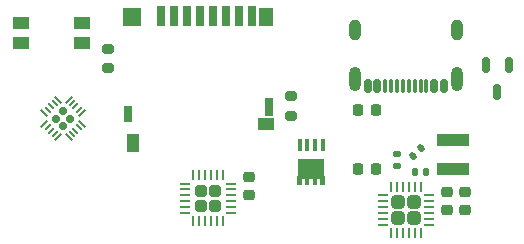
<source format=gbr>
%TF.GenerationSoftware,KiCad,Pcbnew,9.0.1-rc2-202503292320~1d443ca74c~ubuntu24.04.1*%
%TF.CreationDate,2025-04-04T23:21:44+10:00*%
%TF.ProjectId,Stormbreaker,53746f72-6d62-4726-9561-6b65722e6b69,rev?*%
%TF.SameCoordinates,Original*%
%TF.FileFunction,Paste,Top*%
%TF.FilePolarity,Positive*%
%FSLAX46Y46*%
G04 Gerber Fmt 4.6, Leading zero omitted, Abs format (unit mm)*
G04 Created by KiCad (PCBNEW 9.0.1-rc2-202503292320~1d443ca74c~ubuntu24.04.1) date 2025-04-04 23:21:44*
%MOMM*%
%LPD*%
G01*
G04 APERTURE LIST*
G04 Aperture macros list*
%AMRoundRect*
0 Rectangle with rounded corners*
0 $1 Rounding radius*
0 $2 $3 $4 $5 $6 $7 $8 $9 X,Y pos of 4 corners*
0 Add a 4 corners polygon primitive as box body*
4,1,4,$2,$3,$4,$5,$6,$7,$8,$9,$2,$3,0*
0 Add four circle primitives for the rounded corners*
1,1,$1+$1,$2,$3*
1,1,$1+$1,$4,$5*
1,1,$1+$1,$6,$7*
1,1,$1+$1,$8,$9*
0 Add four rect primitives between the rounded corners*
20,1,$1+$1,$2,$3,$4,$5,0*
20,1,$1+$1,$4,$5,$6,$7,0*
20,1,$1+$1,$6,$7,$8,$9,0*
20,1,$1+$1,$8,$9,$2,$3,0*%
%AMFreePoly0*
4,1,14,0.334644,0.085355,0.385355,0.034644,0.400000,-0.000711,0.400000,-0.050000,0.385355,-0.085355,0.350000,-0.100000,-0.350000,-0.100000,-0.385355,-0.085355,-0.400000,-0.050000,-0.400000,0.050000,-0.385355,0.085355,-0.350000,0.100000,0.299289,0.100000,0.334644,0.085355,0.334644,0.085355,$1*%
%AMFreePoly1*
4,1,14,0.385355,0.085355,0.400000,0.050000,0.400000,0.000711,0.385355,-0.034644,0.334644,-0.085355,0.299289,-0.100000,-0.350000,-0.100000,-0.385355,-0.085355,-0.400000,-0.050000,-0.400000,0.050000,-0.385355,0.085355,-0.350000,0.100000,0.350000,0.100000,0.385355,0.085355,0.385355,0.085355,$1*%
%AMFreePoly2*
4,1,14,0.085355,0.385355,0.100000,0.350000,0.100000,-0.350000,0.085355,-0.385355,0.050000,-0.400000,-0.050000,-0.400000,-0.085355,-0.385355,-0.100000,-0.350000,-0.100000,0.299289,-0.085355,0.334644,-0.034644,0.385355,0.000711,0.400000,0.050000,0.400000,0.085355,0.385355,0.085355,0.385355,$1*%
%AMFreePoly3*
4,1,14,0.034644,0.385355,0.085355,0.334644,0.100000,0.299289,0.100000,-0.350000,0.085355,-0.385355,0.050000,-0.400000,-0.050000,-0.400000,-0.085355,-0.385355,-0.100000,-0.350000,-0.100000,0.350000,-0.085355,0.385355,-0.050000,0.400000,-0.000711,0.400000,0.034644,0.385355,0.034644,0.385355,$1*%
%AMFreePoly4*
4,1,14,0.385355,0.085355,0.400000,0.050000,0.400000,-0.050000,0.385355,-0.085355,0.350000,-0.100000,-0.299289,-0.100000,-0.334644,-0.085355,-0.385355,-0.034644,-0.400000,0.000711,-0.400000,0.050000,-0.385355,0.085355,-0.350000,0.100000,0.350000,0.100000,0.385355,0.085355,0.385355,0.085355,$1*%
%AMFreePoly5*
4,1,14,0.385355,0.085355,0.400000,0.050000,0.400000,-0.050000,0.385355,-0.085355,0.350000,-0.100000,-0.350000,-0.100000,-0.385355,-0.085355,-0.400000,-0.050000,-0.400000,-0.000711,-0.385355,0.034644,-0.334644,0.085355,-0.299289,0.100000,0.350000,0.100000,0.385355,0.085355,0.385355,0.085355,$1*%
%AMFreePoly6*
4,1,14,0.085355,0.385355,0.100000,0.350000,0.100000,-0.299289,0.085355,-0.334644,0.034644,-0.385355,-0.000711,-0.400000,-0.050000,-0.400000,-0.085355,-0.385355,-0.100000,-0.350000,-0.100000,0.350000,-0.085355,0.385355,-0.050000,0.400000,0.050000,0.400000,0.085355,0.385355,0.085355,0.385355,$1*%
%AMFreePoly7*
4,1,14,0.085355,0.385355,0.100000,0.350000,0.100000,-0.350000,0.085355,-0.385355,0.050000,-0.400000,0.000711,-0.400000,-0.034644,-0.385355,-0.085355,-0.334644,-0.100000,-0.299289,-0.100000,0.350000,-0.085355,0.385355,-0.050000,0.400000,0.050000,0.400000,0.085355,0.385355,0.085355,0.385355,$1*%
%AMFreePoly8*
4,1,21,1.372500,0.787500,0.862500,0.787500,0.862500,0.532500,1.372500,0.532500,1.372500,0.127500,0.862500,0.127500,0.862500,-0.127500,1.372500,-0.127500,1.372500,-0.532500,0.862500,-0.532500,0.862500,-0.787500,1.372500,-0.787500,1.372500,-1.195000,0.612500,-1.195000,0.612500,-1.117500,-0.862500,-1.117500,-0.862500,1.117500,0.612500,1.117500,0.612500,1.195000,1.372500,1.195000,
1.372500,0.787500,1.372500,0.787500,$1*%
G04 Aperture macros list end*
%ADD10RoundRect,0.225000X0.250000X-0.225000X0.250000X0.225000X-0.250000X0.225000X-0.250000X-0.225000X0*%
%ADD11RoundRect,0.250000X-0.315000X-0.315000X0.315000X-0.315000X0.315000X0.315000X-0.315000X0.315000X0*%
%ADD12RoundRect,0.062500X-0.350000X-0.062500X0.350000X-0.062500X0.350000X0.062500X-0.350000X0.062500X0*%
%ADD13RoundRect,0.062500X-0.062500X-0.350000X0.062500X-0.350000X0.062500X0.350000X-0.062500X0.350000X0*%
%ADD14RoundRect,0.172500X-0.243952X0.000000X0.000000X-0.243952X0.243952X0.000000X0.000000X0.243952X0*%
%ADD15FreePoly0,315.000000*%
%ADD16RoundRect,0.050000X-0.282843X0.212132X0.212132X-0.282843X0.282843X-0.212132X-0.212132X0.282843X0*%
%ADD17FreePoly1,315.000000*%
%ADD18FreePoly2,315.000000*%
%ADD19RoundRect,0.050000X-0.282843X-0.212132X-0.212132X-0.282843X0.282843X0.212132X0.212132X0.282843X0*%
%ADD20FreePoly3,315.000000*%
%ADD21FreePoly4,315.000000*%
%ADD22FreePoly5,315.000000*%
%ADD23FreePoly6,315.000000*%
%ADD24FreePoly7,315.000000*%
%ADD25RoundRect,0.140000X-0.021213X0.219203X-0.219203X0.021213X0.021213X-0.219203X0.219203X-0.021213X0*%
%ADD26RoundRect,0.140000X-0.170000X0.140000X-0.170000X-0.140000X0.170000X-0.140000X0.170000X0.140000X0*%
%ADD27RoundRect,0.250000X-0.255000X-0.255000X0.255000X-0.255000X0.255000X0.255000X-0.255000X0.255000X0*%
%ADD28RoundRect,0.062500X-0.375000X-0.062500X0.375000X-0.062500X0.375000X0.062500X-0.375000X0.062500X0*%
%ADD29RoundRect,0.062500X-0.062500X-0.375000X0.062500X-0.375000X0.062500X0.375000X-0.062500X0.375000X0*%
%ADD30RoundRect,0.150000X0.150000X0.425000X-0.150000X0.425000X-0.150000X-0.425000X0.150000X-0.425000X0*%
%ADD31RoundRect,0.075000X0.075000X0.500000X-0.075000X0.500000X-0.075000X-0.500000X0.075000X-0.500000X0*%
%ADD32O,1.000000X2.100000*%
%ADD33O,1.000000X1.800000*%
%ADD34RoundRect,0.225000X0.225000X0.250000X-0.225000X0.250000X-0.225000X-0.250000X0.225000X-0.250000X0*%
%ADD35R,1.450000X1.000000*%
%ADD36RoundRect,0.150000X-0.150000X0.512500X-0.150000X-0.512500X0.150000X-0.512500X0.150000X0.512500X0*%
%ADD37R,0.405000X0.990000*%
%ADD38FreePoly8,270.000000*%
%ADD39R,0.700000X1.750000*%
%ADD40R,1.000000X1.550000*%
%ADD41R,0.800000X1.500000*%
%ADD42R,1.300000X1.500000*%
%ADD43R,1.500000X1.500000*%
%ADD44R,0.800000X1.400000*%
%ADD45RoundRect,0.200000X0.275000X-0.200000X0.275000X0.200000X-0.275000X0.200000X-0.275000X-0.200000X0*%
%ADD46RoundRect,0.200000X-0.275000X0.200000X-0.275000X-0.200000X0.275000X-0.200000X0.275000X0.200000X0*%
%ADD47R,2.700000X1.050000*%
%ADD48RoundRect,0.140000X0.140000X0.170000X-0.140000X0.170000X-0.140000X-0.170000X0.140000X-0.170000X0*%
G04 APERTURE END LIST*
D10*
%TO.C,C5*%
X151500000Y-58500000D03*
X151500000Y-56950000D03*
%TD*%
D11*
%TO.C,U1*%
X147325000Y-57825000D03*
X147325000Y-59175000D03*
X148675000Y-57825000D03*
X148675000Y-59175000D03*
D12*
X146037500Y-57250000D03*
X146037500Y-57750000D03*
X146037500Y-58250000D03*
X146037500Y-58750000D03*
X146037500Y-59250000D03*
X146037500Y-59750000D03*
D13*
X146750000Y-60462500D03*
X147250000Y-60462500D03*
X147750000Y-60462500D03*
X148250000Y-60462500D03*
X148750000Y-60462500D03*
X149250000Y-60462500D03*
D12*
X149962500Y-59750000D03*
X149962500Y-59250000D03*
X149962500Y-58750000D03*
X149962500Y-58250000D03*
X149962500Y-57750000D03*
X149962500Y-57250000D03*
D13*
X149250000Y-56537500D03*
X148750000Y-56537500D03*
X148250000Y-56537500D03*
X147750000Y-56537500D03*
X147250000Y-56537500D03*
X146750000Y-56537500D03*
%TD*%
D14*
%TO.C,U3*%
X119000000Y-50148959D03*
X118398959Y-50750000D03*
X119601041Y-50750000D03*
X119000000Y-51351041D03*
D15*
X118540381Y-49159010D03*
D16*
X118257538Y-49441852D03*
X117974695Y-49724695D03*
X117691852Y-50007538D03*
D17*
X117409010Y-50290381D03*
D18*
X117409010Y-51209619D03*
D19*
X117691852Y-51492462D03*
X117974695Y-51775305D03*
X118257538Y-52058148D03*
D20*
X118540381Y-52340990D03*
D21*
X119459619Y-52340990D03*
D16*
X119742462Y-52058148D03*
X120025305Y-51775305D03*
X120308148Y-51492462D03*
D22*
X120590990Y-51209619D03*
D23*
X120590990Y-50290381D03*
D19*
X120308148Y-50007538D03*
X120025305Y-49724695D03*
X119742462Y-49441852D03*
D24*
X119459619Y-49159010D03*
%TD*%
D25*
%TO.C,C4*%
X149279411Y-53250000D03*
X148600589Y-53928822D03*
%TD*%
D26*
%TO.C,C7*%
X147250000Y-53790000D03*
X147250000Y-54750000D03*
%TD*%
D27*
%TO.C,U2*%
X130625000Y-56875000D03*
X130625000Y-58125000D03*
X131875000Y-56875000D03*
X131875000Y-58125000D03*
D28*
X129312500Y-56250000D03*
X129312500Y-56750000D03*
X129312500Y-57250000D03*
X129312500Y-57750000D03*
X129312500Y-58250000D03*
X129312500Y-58750000D03*
D29*
X130000000Y-59437500D03*
X130500000Y-59437500D03*
X131000000Y-59437500D03*
X131500000Y-59437500D03*
X132000000Y-59437500D03*
X132500000Y-59437500D03*
D28*
X133187500Y-58750000D03*
X133187500Y-58250000D03*
X133187500Y-57750000D03*
X133187500Y-57250000D03*
X133187500Y-56750000D03*
X133187500Y-56250000D03*
D29*
X132500000Y-55562500D03*
X132000000Y-55562500D03*
X131500000Y-55562500D03*
X131000000Y-55562500D03*
X130500000Y-55562500D03*
X130000000Y-55562500D03*
%TD*%
D10*
%TO.C,C6*%
X153000000Y-58500000D03*
X153000000Y-56950000D03*
%TD*%
D30*
%TO.C,J2*%
X151200000Y-47990000D03*
X150400000Y-47990000D03*
D31*
X149250000Y-47990000D03*
X148250000Y-47990000D03*
X147750000Y-47990000D03*
X146750000Y-47990000D03*
D30*
X145600000Y-47990000D03*
X144800000Y-47990000D03*
X144800000Y-47990000D03*
X145600000Y-47990000D03*
D31*
X146250000Y-47990000D03*
X147250000Y-47990000D03*
X148750000Y-47990000D03*
X149750000Y-47990000D03*
D30*
X150400000Y-47990000D03*
X151200000Y-47990000D03*
D32*
X152320000Y-47415000D03*
D33*
X152320000Y-43235000D03*
D32*
X143680000Y-47415000D03*
D33*
X143680000Y-43235000D03*
%TD*%
D34*
%TO.C,C1*%
X145500000Y-55000000D03*
X143950000Y-55000000D03*
%TD*%
D35*
%TO.C,SW1*%
X115425000Y-42650000D03*
X120575000Y-42650000D03*
X115425000Y-44350000D03*
X120575000Y-44350000D03*
%TD*%
D36*
%TO.C,Q2*%
X156700000Y-46225000D03*
X154800000Y-46225000D03*
X155750000Y-48500000D03*
%TD*%
D37*
%TO.C,Q1*%
X140990000Y-53007500D03*
X140330000Y-53007500D03*
X139670000Y-53007500D03*
X139010000Y-53007500D03*
D38*
X140000000Y-55000000D03*
%TD*%
D34*
%TO.C,C14*%
X145500000Y-50000000D03*
X143950000Y-50000000D03*
%TD*%
D39*
%TO.C,J1*%
X127305000Y-42025000D03*
X128405000Y-42025000D03*
X129505000Y-42025000D03*
X130605000Y-42025000D03*
X131705000Y-42025000D03*
X132805000Y-42025000D03*
X133905000Y-42025000D03*
X135005000Y-42025000D03*
D35*
X136130000Y-51250000D03*
D40*
X124905000Y-52825000D03*
D41*
X136455000Y-49750000D03*
D42*
X136205000Y-42150000D03*
D43*
X124855000Y-42150000D03*
D44*
X124505000Y-50400000D03*
%TD*%
D10*
%TO.C,C12*%
X134750000Y-57250000D03*
X134750000Y-55700000D03*
%TD*%
D45*
%TO.C,R8*%
X138250000Y-50500000D03*
X138250000Y-48850000D03*
%TD*%
D46*
%TO.C,R5*%
X122750000Y-44850000D03*
X122750000Y-46500000D03*
%TD*%
D47*
%TO.C,L1*%
X152000000Y-55000000D03*
X152000000Y-52550000D03*
%TD*%
D48*
%TO.C,C3*%
X149710000Y-55250000D03*
X148750000Y-55250000D03*
%TD*%
M02*

</source>
